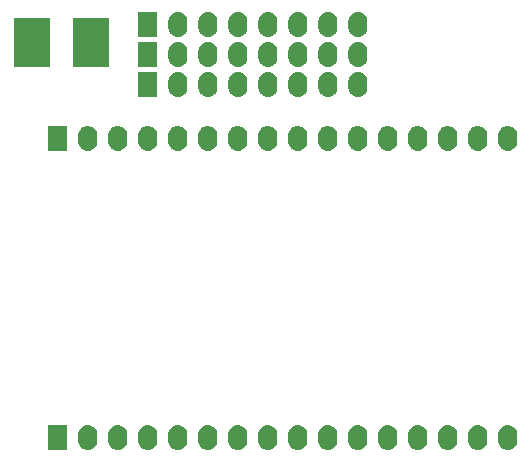
<source format=gbr>
%TF.GenerationSoftware,KiCad,Pcbnew,5.0.2+dfsg1-1*%
%TF.CreationDate,2020-04-21T12:17:55+02:00*%
%TF.ProjectId,minikame,6d696e69-6b61-46d6-952e-6b696361645f,v1.0*%
%TF.SameCoordinates,Original*%
%TF.FileFunction,Soldermask,Top*%
%TF.FilePolarity,Negative*%
%FSLAX46Y46*%
G04 Gerber Fmt 4.6, Leading zero omitted, Abs format (unit mm)*
G04 Created by KiCad (PCBNEW 5.0.2+dfsg1-1) date di 21 apr 2020 12:17:55 CEST*
%MOMM*%
%LPD*%
G01*
G04 APERTURE LIST*
%ADD10C,0.150000*%
G04 APERTURE END LIST*
D10*
G36*
X129431024Y-120826590D02*
X129582011Y-120872392D01*
X129721161Y-120946768D01*
X129782148Y-120996819D01*
X129843133Y-121046867D01*
X129843134Y-121046869D01*
X129843136Y-121046870D01*
X129943230Y-121168835D01*
X130017608Y-121307988D01*
X130063410Y-121458975D01*
X130075000Y-121576654D01*
X130075000Y-122155346D01*
X130063410Y-122273025D01*
X130017608Y-122424012D01*
X129943230Y-122563165D01*
X129843133Y-122685133D01*
X129721165Y-122785230D01*
X129582012Y-122859608D01*
X129431025Y-122905410D01*
X129274000Y-122920875D01*
X129116976Y-122905410D01*
X128965989Y-122859608D01*
X128826836Y-122785230D01*
X128704868Y-122685133D01*
X128604771Y-122563165D01*
X128530392Y-122424012D01*
X128507491Y-122348518D01*
X128484590Y-122273025D01*
X128473000Y-122155346D01*
X128473000Y-121576655D01*
X128484590Y-121458976D01*
X128530392Y-121307989D01*
X128604768Y-121168839D01*
X128704865Y-121046870D01*
X128704867Y-121046867D01*
X128704869Y-121046866D01*
X128704870Y-121046864D01*
X128826835Y-120946770D01*
X128965988Y-120872392D01*
X129116975Y-120826590D01*
X129274000Y-120811125D01*
X129431024Y-120826590D01*
X129431024Y-120826590D01*
G37*
G36*
X126891024Y-120826590D02*
X127042011Y-120872392D01*
X127181161Y-120946768D01*
X127242148Y-120996819D01*
X127303133Y-121046867D01*
X127303134Y-121046869D01*
X127303136Y-121046870D01*
X127403230Y-121168835D01*
X127477608Y-121307988D01*
X127523410Y-121458975D01*
X127535000Y-121576654D01*
X127535000Y-122155346D01*
X127523410Y-122273025D01*
X127477608Y-122424012D01*
X127403230Y-122563165D01*
X127303133Y-122685133D01*
X127181165Y-122785230D01*
X127042012Y-122859608D01*
X126891025Y-122905410D01*
X126734000Y-122920875D01*
X126576976Y-122905410D01*
X126425989Y-122859608D01*
X126286836Y-122785230D01*
X126164868Y-122685133D01*
X126064771Y-122563165D01*
X125990392Y-122424012D01*
X125967491Y-122348518D01*
X125944590Y-122273025D01*
X125933000Y-122155346D01*
X125933000Y-121576655D01*
X125944590Y-121458976D01*
X125990392Y-121307989D01*
X126064768Y-121168839D01*
X126164865Y-121046870D01*
X126164867Y-121046867D01*
X126164869Y-121046866D01*
X126164870Y-121046864D01*
X126286835Y-120946770D01*
X126425988Y-120872392D01*
X126576975Y-120826590D01*
X126734000Y-120811125D01*
X126891024Y-120826590D01*
X126891024Y-120826590D01*
G37*
G36*
X162451024Y-120826590D02*
X162602011Y-120872392D01*
X162741161Y-120946768D01*
X162802148Y-120996819D01*
X162863133Y-121046867D01*
X162863134Y-121046869D01*
X162863136Y-121046870D01*
X162963230Y-121168835D01*
X163037608Y-121307988D01*
X163083410Y-121458975D01*
X163095000Y-121576654D01*
X163095000Y-122155346D01*
X163083410Y-122273025D01*
X163037608Y-122424012D01*
X162963230Y-122563165D01*
X162863133Y-122685133D01*
X162741165Y-122785230D01*
X162602012Y-122859608D01*
X162451025Y-122905410D01*
X162294000Y-122920875D01*
X162136976Y-122905410D01*
X161985989Y-122859608D01*
X161846836Y-122785230D01*
X161724868Y-122685133D01*
X161624771Y-122563165D01*
X161550392Y-122424012D01*
X161527491Y-122348518D01*
X161504590Y-122273025D01*
X161493000Y-122155346D01*
X161493000Y-121576655D01*
X161504590Y-121458976D01*
X161550392Y-121307989D01*
X161624768Y-121168839D01*
X161724865Y-121046870D01*
X161724867Y-121046867D01*
X161724869Y-121046866D01*
X161724870Y-121046864D01*
X161846835Y-120946770D01*
X161985988Y-120872392D01*
X162136975Y-120826590D01*
X162294000Y-120811125D01*
X162451024Y-120826590D01*
X162451024Y-120826590D01*
G37*
G36*
X159911024Y-120826590D02*
X160062011Y-120872392D01*
X160201161Y-120946768D01*
X160262148Y-120996819D01*
X160323133Y-121046867D01*
X160323134Y-121046869D01*
X160323136Y-121046870D01*
X160423230Y-121168835D01*
X160497608Y-121307988D01*
X160543410Y-121458975D01*
X160555000Y-121576654D01*
X160555000Y-122155346D01*
X160543410Y-122273025D01*
X160497608Y-122424012D01*
X160423230Y-122563165D01*
X160323133Y-122685133D01*
X160201165Y-122785230D01*
X160062012Y-122859608D01*
X159911025Y-122905410D01*
X159754000Y-122920875D01*
X159596976Y-122905410D01*
X159445989Y-122859608D01*
X159306836Y-122785230D01*
X159184868Y-122685133D01*
X159084771Y-122563165D01*
X159010392Y-122424012D01*
X158987491Y-122348518D01*
X158964590Y-122273025D01*
X158953000Y-122155346D01*
X158953000Y-121576655D01*
X158964590Y-121458976D01*
X159010392Y-121307989D01*
X159084768Y-121168839D01*
X159184865Y-121046870D01*
X159184867Y-121046867D01*
X159184869Y-121046866D01*
X159184870Y-121046864D01*
X159306835Y-120946770D01*
X159445988Y-120872392D01*
X159596975Y-120826590D01*
X159754000Y-120811125D01*
X159911024Y-120826590D01*
X159911024Y-120826590D01*
G37*
G36*
X157371024Y-120826590D02*
X157522011Y-120872392D01*
X157661161Y-120946768D01*
X157722148Y-120996819D01*
X157783133Y-121046867D01*
X157783134Y-121046869D01*
X157783136Y-121046870D01*
X157883230Y-121168835D01*
X157957608Y-121307988D01*
X158003410Y-121458975D01*
X158015000Y-121576654D01*
X158015000Y-122155346D01*
X158003410Y-122273025D01*
X157957608Y-122424012D01*
X157883230Y-122563165D01*
X157783133Y-122685133D01*
X157661165Y-122785230D01*
X157522012Y-122859608D01*
X157371025Y-122905410D01*
X157214000Y-122920875D01*
X157056976Y-122905410D01*
X156905989Y-122859608D01*
X156766836Y-122785230D01*
X156644868Y-122685133D01*
X156544771Y-122563165D01*
X156470392Y-122424012D01*
X156447491Y-122348518D01*
X156424590Y-122273025D01*
X156413000Y-122155346D01*
X156413000Y-121576655D01*
X156424590Y-121458976D01*
X156470392Y-121307989D01*
X156544768Y-121168839D01*
X156644865Y-121046870D01*
X156644867Y-121046867D01*
X156644869Y-121046866D01*
X156644870Y-121046864D01*
X156766835Y-120946770D01*
X156905988Y-120872392D01*
X157056975Y-120826590D01*
X157214000Y-120811125D01*
X157371024Y-120826590D01*
X157371024Y-120826590D01*
G37*
G36*
X154831024Y-120826590D02*
X154982011Y-120872392D01*
X155121161Y-120946768D01*
X155182148Y-120996819D01*
X155243133Y-121046867D01*
X155243134Y-121046869D01*
X155243136Y-121046870D01*
X155343230Y-121168835D01*
X155417608Y-121307988D01*
X155463410Y-121458975D01*
X155475000Y-121576654D01*
X155475000Y-122155346D01*
X155463410Y-122273025D01*
X155417608Y-122424012D01*
X155343230Y-122563165D01*
X155243133Y-122685133D01*
X155121165Y-122785230D01*
X154982012Y-122859608D01*
X154831025Y-122905410D01*
X154674000Y-122920875D01*
X154516976Y-122905410D01*
X154365989Y-122859608D01*
X154226836Y-122785230D01*
X154104868Y-122685133D01*
X154004771Y-122563165D01*
X153930392Y-122424012D01*
X153907491Y-122348518D01*
X153884590Y-122273025D01*
X153873000Y-122155346D01*
X153873000Y-121576655D01*
X153884590Y-121458976D01*
X153930392Y-121307989D01*
X154004768Y-121168839D01*
X154104865Y-121046870D01*
X154104867Y-121046867D01*
X154104869Y-121046866D01*
X154104870Y-121046864D01*
X154226835Y-120946770D01*
X154365988Y-120872392D01*
X154516975Y-120826590D01*
X154674000Y-120811125D01*
X154831024Y-120826590D01*
X154831024Y-120826590D01*
G37*
G36*
X152291024Y-120826590D02*
X152442011Y-120872392D01*
X152581161Y-120946768D01*
X152642148Y-120996819D01*
X152703133Y-121046867D01*
X152703134Y-121046869D01*
X152703136Y-121046870D01*
X152803230Y-121168835D01*
X152877608Y-121307988D01*
X152923410Y-121458975D01*
X152935000Y-121576654D01*
X152935000Y-122155346D01*
X152923410Y-122273025D01*
X152877608Y-122424012D01*
X152803230Y-122563165D01*
X152703133Y-122685133D01*
X152581165Y-122785230D01*
X152442012Y-122859608D01*
X152291025Y-122905410D01*
X152134000Y-122920875D01*
X151976976Y-122905410D01*
X151825989Y-122859608D01*
X151686836Y-122785230D01*
X151564868Y-122685133D01*
X151464771Y-122563165D01*
X151390392Y-122424012D01*
X151367491Y-122348518D01*
X151344590Y-122273025D01*
X151333000Y-122155346D01*
X151333000Y-121576655D01*
X151344590Y-121458976D01*
X151390392Y-121307989D01*
X151464768Y-121168839D01*
X151564865Y-121046870D01*
X151564867Y-121046867D01*
X151564869Y-121046866D01*
X151564870Y-121046864D01*
X151686835Y-120946770D01*
X151825988Y-120872392D01*
X151976975Y-120826590D01*
X152134000Y-120811125D01*
X152291024Y-120826590D01*
X152291024Y-120826590D01*
G37*
G36*
X149751024Y-120826590D02*
X149902011Y-120872392D01*
X150041161Y-120946768D01*
X150102148Y-120996819D01*
X150163133Y-121046867D01*
X150163134Y-121046869D01*
X150163136Y-121046870D01*
X150263230Y-121168835D01*
X150337608Y-121307988D01*
X150383410Y-121458975D01*
X150395000Y-121576654D01*
X150395000Y-122155346D01*
X150383410Y-122273025D01*
X150337608Y-122424012D01*
X150263230Y-122563165D01*
X150163133Y-122685133D01*
X150041165Y-122785230D01*
X149902012Y-122859608D01*
X149751025Y-122905410D01*
X149594000Y-122920875D01*
X149436976Y-122905410D01*
X149285989Y-122859608D01*
X149146836Y-122785230D01*
X149024868Y-122685133D01*
X148924771Y-122563165D01*
X148850392Y-122424012D01*
X148827491Y-122348518D01*
X148804590Y-122273025D01*
X148793000Y-122155346D01*
X148793000Y-121576655D01*
X148804590Y-121458976D01*
X148850392Y-121307989D01*
X148924768Y-121168839D01*
X149024865Y-121046870D01*
X149024867Y-121046867D01*
X149024869Y-121046866D01*
X149024870Y-121046864D01*
X149146835Y-120946770D01*
X149285988Y-120872392D01*
X149436975Y-120826590D01*
X149594000Y-120811125D01*
X149751024Y-120826590D01*
X149751024Y-120826590D01*
G37*
G36*
X147211024Y-120826590D02*
X147362011Y-120872392D01*
X147501161Y-120946768D01*
X147562148Y-120996819D01*
X147623133Y-121046867D01*
X147623134Y-121046869D01*
X147623136Y-121046870D01*
X147723230Y-121168835D01*
X147797608Y-121307988D01*
X147843410Y-121458975D01*
X147855000Y-121576654D01*
X147855000Y-122155346D01*
X147843410Y-122273025D01*
X147797608Y-122424012D01*
X147723230Y-122563165D01*
X147623133Y-122685133D01*
X147501165Y-122785230D01*
X147362012Y-122859608D01*
X147211025Y-122905410D01*
X147054000Y-122920875D01*
X146896976Y-122905410D01*
X146745989Y-122859608D01*
X146606836Y-122785230D01*
X146484868Y-122685133D01*
X146384771Y-122563165D01*
X146310392Y-122424012D01*
X146287491Y-122348518D01*
X146264590Y-122273025D01*
X146253000Y-122155346D01*
X146253000Y-121576655D01*
X146264590Y-121458976D01*
X146310392Y-121307989D01*
X146384768Y-121168839D01*
X146484865Y-121046870D01*
X146484867Y-121046867D01*
X146484869Y-121046866D01*
X146484870Y-121046864D01*
X146606835Y-120946770D01*
X146745988Y-120872392D01*
X146896975Y-120826590D01*
X147054000Y-120811125D01*
X147211024Y-120826590D01*
X147211024Y-120826590D01*
G37*
G36*
X144671024Y-120826590D02*
X144822011Y-120872392D01*
X144961161Y-120946768D01*
X145022148Y-120996819D01*
X145083133Y-121046867D01*
X145083134Y-121046869D01*
X145083136Y-121046870D01*
X145183230Y-121168835D01*
X145257608Y-121307988D01*
X145303410Y-121458975D01*
X145315000Y-121576654D01*
X145315000Y-122155346D01*
X145303410Y-122273025D01*
X145257608Y-122424012D01*
X145183230Y-122563165D01*
X145083133Y-122685133D01*
X144961165Y-122785230D01*
X144822012Y-122859608D01*
X144671025Y-122905410D01*
X144514000Y-122920875D01*
X144356976Y-122905410D01*
X144205989Y-122859608D01*
X144066836Y-122785230D01*
X143944868Y-122685133D01*
X143844771Y-122563165D01*
X143770392Y-122424012D01*
X143747491Y-122348518D01*
X143724590Y-122273025D01*
X143713000Y-122155346D01*
X143713000Y-121576655D01*
X143724590Y-121458976D01*
X143770392Y-121307989D01*
X143844768Y-121168839D01*
X143944865Y-121046870D01*
X143944867Y-121046867D01*
X143944869Y-121046866D01*
X143944870Y-121046864D01*
X144066835Y-120946770D01*
X144205988Y-120872392D01*
X144356975Y-120826590D01*
X144514000Y-120811125D01*
X144671024Y-120826590D01*
X144671024Y-120826590D01*
G37*
G36*
X142131024Y-120826590D02*
X142282011Y-120872392D01*
X142421161Y-120946768D01*
X142482148Y-120996819D01*
X142543133Y-121046867D01*
X142543134Y-121046869D01*
X142543136Y-121046870D01*
X142643230Y-121168835D01*
X142717608Y-121307988D01*
X142763410Y-121458975D01*
X142775000Y-121576654D01*
X142775000Y-122155346D01*
X142763410Y-122273025D01*
X142717608Y-122424012D01*
X142643230Y-122563165D01*
X142543133Y-122685133D01*
X142421165Y-122785230D01*
X142282012Y-122859608D01*
X142131025Y-122905410D01*
X141974000Y-122920875D01*
X141816976Y-122905410D01*
X141665989Y-122859608D01*
X141526836Y-122785230D01*
X141404868Y-122685133D01*
X141304771Y-122563165D01*
X141230392Y-122424012D01*
X141207491Y-122348518D01*
X141184590Y-122273025D01*
X141173000Y-122155346D01*
X141173000Y-121576655D01*
X141184590Y-121458976D01*
X141230392Y-121307989D01*
X141304768Y-121168839D01*
X141404865Y-121046870D01*
X141404867Y-121046867D01*
X141404869Y-121046866D01*
X141404870Y-121046864D01*
X141526835Y-120946770D01*
X141665988Y-120872392D01*
X141816975Y-120826590D01*
X141974000Y-120811125D01*
X142131024Y-120826590D01*
X142131024Y-120826590D01*
G37*
G36*
X139591024Y-120826590D02*
X139742011Y-120872392D01*
X139881161Y-120946768D01*
X139942148Y-120996819D01*
X140003133Y-121046867D01*
X140003134Y-121046869D01*
X140003136Y-121046870D01*
X140103230Y-121168835D01*
X140177608Y-121307988D01*
X140223410Y-121458975D01*
X140235000Y-121576654D01*
X140235000Y-122155346D01*
X140223410Y-122273025D01*
X140177608Y-122424012D01*
X140103230Y-122563165D01*
X140003133Y-122685133D01*
X139881165Y-122785230D01*
X139742012Y-122859608D01*
X139591025Y-122905410D01*
X139434000Y-122920875D01*
X139276976Y-122905410D01*
X139125989Y-122859608D01*
X138986836Y-122785230D01*
X138864868Y-122685133D01*
X138764771Y-122563165D01*
X138690392Y-122424012D01*
X138667491Y-122348518D01*
X138644590Y-122273025D01*
X138633000Y-122155346D01*
X138633000Y-121576655D01*
X138644590Y-121458976D01*
X138690392Y-121307989D01*
X138764768Y-121168839D01*
X138864865Y-121046870D01*
X138864867Y-121046867D01*
X138864869Y-121046866D01*
X138864870Y-121046864D01*
X138986835Y-120946770D01*
X139125988Y-120872392D01*
X139276975Y-120826590D01*
X139434000Y-120811125D01*
X139591024Y-120826590D01*
X139591024Y-120826590D01*
G37*
G36*
X137051024Y-120826590D02*
X137202011Y-120872392D01*
X137341161Y-120946768D01*
X137402148Y-120996819D01*
X137463133Y-121046867D01*
X137463134Y-121046869D01*
X137463136Y-121046870D01*
X137563230Y-121168835D01*
X137637608Y-121307988D01*
X137683410Y-121458975D01*
X137695000Y-121576654D01*
X137695000Y-122155346D01*
X137683410Y-122273025D01*
X137637608Y-122424012D01*
X137563230Y-122563165D01*
X137463133Y-122685133D01*
X137341165Y-122785230D01*
X137202012Y-122859608D01*
X137051025Y-122905410D01*
X136894000Y-122920875D01*
X136736976Y-122905410D01*
X136585989Y-122859608D01*
X136446836Y-122785230D01*
X136324868Y-122685133D01*
X136224771Y-122563165D01*
X136150392Y-122424012D01*
X136127491Y-122348518D01*
X136104590Y-122273025D01*
X136093000Y-122155346D01*
X136093000Y-121576655D01*
X136104590Y-121458976D01*
X136150392Y-121307989D01*
X136224768Y-121168839D01*
X136324865Y-121046870D01*
X136324867Y-121046867D01*
X136324869Y-121046866D01*
X136324870Y-121046864D01*
X136446835Y-120946770D01*
X136585988Y-120872392D01*
X136736975Y-120826590D01*
X136894000Y-120811125D01*
X137051024Y-120826590D01*
X137051024Y-120826590D01*
G37*
G36*
X134511024Y-120826590D02*
X134662011Y-120872392D01*
X134801161Y-120946768D01*
X134862148Y-120996819D01*
X134923133Y-121046867D01*
X134923134Y-121046869D01*
X134923136Y-121046870D01*
X135023230Y-121168835D01*
X135097608Y-121307988D01*
X135143410Y-121458975D01*
X135155000Y-121576654D01*
X135155000Y-122155346D01*
X135143410Y-122273025D01*
X135097608Y-122424012D01*
X135023230Y-122563165D01*
X134923133Y-122685133D01*
X134801165Y-122785230D01*
X134662012Y-122859608D01*
X134511025Y-122905410D01*
X134354000Y-122920875D01*
X134196976Y-122905410D01*
X134045989Y-122859608D01*
X133906836Y-122785230D01*
X133784868Y-122685133D01*
X133684771Y-122563165D01*
X133610392Y-122424012D01*
X133587491Y-122348518D01*
X133564590Y-122273025D01*
X133553000Y-122155346D01*
X133553000Y-121576655D01*
X133564590Y-121458976D01*
X133610392Y-121307989D01*
X133684768Y-121168839D01*
X133784865Y-121046870D01*
X133784867Y-121046867D01*
X133784869Y-121046866D01*
X133784870Y-121046864D01*
X133906835Y-120946770D01*
X134045988Y-120872392D01*
X134196975Y-120826590D01*
X134354000Y-120811125D01*
X134511024Y-120826590D01*
X134511024Y-120826590D01*
G37*
G36*
X131971024Y-120826590D02*
X132122011Y-120872392D01*
X132261161Y-120946768D01*
X132322148Y-120996819D01*
X132383133Y-121046867D01*
X132383134Y-121046869D01*
X132383136Y-121046870D01*
X132483230Y-121168835D01*
X132557608Y-121307988D01*
X132603410Y-121458975D01*
X132615000Y-121576654D01*
X132615000Y-122155346D01*
X132603410Y-122273025D01*
X132557608Y-122424012D01*
X132483230Y-122563165D01*
X132383133Y-122685133D01*
X132261165Y-122785230D01*
X132122012Y-122859608D01*
X131971025Y-122905410D01*
X131814000Y-122920875D01*
X131656976Y-122905410D01*
X131505989Y-122859608D01*
X131366836Y-122785230D01*
X131244868Y-122685133D01*
X131144771Y-122563165D01*
X131070392Y-122424012D01*
X131047491Y-122348518D01*
X131024590Y-122273025D01*
X131013000Y-122155346D01*
X131013000Y-121576655D01*
X131024590Y-121458976D01*
X131070392Y-121307989D01*
X131144768Y-121168839D01*
X131244865Y-121046870D01*
X131244867Y-121046867D01*
X131244869Y-121046866D01*
X131244870Y-121046864D01*
X131366835Y-120946770D01*
X131505988Y-120872392D01*
X131656975Y-120826590D01*
X131814000Y-120811125D01*
X131971024Y-120826590D01*
X131971024Y-120826590D01*
G37*
G36*
X124995000Y-122917000D02*
X123393000Y-122917000D01*
X123393000Y-120815000D01*
X124995000Y-120815000D01*
X124995000Y-122917000D01*
X124995000Y-122917000D01*
G37*
G36*
X129431024Y-95476590D02*
X129582011Y-95522392D01*
X129721161Y-95596768D01*
X129782148Y-95646819D01*
X129843133Y-95696867D01*
X129843134Y-95696869D01*
X129843136Y-95696870D01*
X129943230Y-95818835D01*
X130017608Y-95957988D01*
X130063410Y-96108975D01*
X130075000Y-96226654D01*
X130075000Y-96805346D01*
X130063410Y-96923025D01*
X130017608Y-97074012D01*
X129943230Y-97213165D01*
X129843133Y-97335133D01*
X129721165Y-97435230D01*
X129582012Y-97509608D01*
X129431025Y-97555410D01*
X129274000Y-97570875D01*
X129116976Y-97555410D01*
X128965989Y-97509608D01*
X128826836Y-97435230D01*
X128704868Y-97335133D01*
X128604771Y-97213165D01*
X128530392Y-97074012D01*
X128507491Y-96998518D01*
X128484590Y-96923025D01*
X128473000Y-96805346D01*
X128473000Y-96226655D01*
X128484590Y-96108976D01*
X128530392Y-95957989D01*
X128604768Y-95818839D01*
X128704865Y-95696870D01*
X128704867Y-95696867D01*
X128704869Y-95696866D01*
X128704870Y-95696864D01*
X128826835Y-95596770D01*
X128965988Y-95522392D01*
X129116975Y-95476590D01*
X129274000Y-95461125D01*
X129431024Y-95476590D01*
X129431024Y-95476590D01*
G37*
G36*
X131971024Y-95476590D02*
X132122011Y-95522392D01*
X132261161Y-95596768D01*
X132322148Y-95646819D01*
X132383133Y-95696867D01*
X132383134Y-95696869D01*
X132383136Y-95696870D01*
X132483230Y-95818835D01*
X132557608Y-95957988D01*
X132603410Y-96108975D01*
X132615000Y-96226654D01*
X132615000Y-96805346D01*
X132603410Y-96923025D01*
X132557608Y-97074012D01*
X132483230Y-97213165D01*
X132383133Y-97335133D01*
X132261165Y-97435230D01*
X132122012Y-97509608D01*
X131971025Y-97555410D01*
X131814000Y-97570875D01*
X131656976Y-97555410D01*
X131505989Y-97509608D01*
X131366836Y-97435230D01*
X131244868Y-97335133D01*
X131144771Y-97213165D01*
X131070392Y-97074012D01*
X131047491Y-96998518D01*
X131024590Y-96923025D01*
X131013000Y-96805346D01*
X131013000Y-96226655D01*
X131024590Y-96108976D01*
X131070392Y-95957989D01*
X131144768Y-95818839D01*
X131244865Y-95696870D01*
X131244867Y-95696867D01*
X131244869Y-95696866D01*
X131244870Y-95696864D01*
X131366835Y-95596770D01*
X131505988Y-95522392D01*
X131656975Y-95476590D01*
X131814000Y-95461125D01*
X131971024Y-95476590D01*
X131971024Y-95476590D01*
G37*
G36*
X134511024Y-95476590D02*
X134662011Y-95522392D01*
X134801161Y-95596768D01*
X134862148Y-95646819D01*
X134923133Y-95696867D01*
X134923134Y-95696869D01*
X134923136Y-95696870D01*
X135023230Y-95818835D01*
X135097608Y-95957988D01*
X135143410Y-96108975D01*
X135155000Y-96226654D01*
X135155000Y-96805346D01*
X135143410Y-96923025D01*
X135097608Y-97074012D01*
X135023230Y-97213165D01*
X134923133Y-97335133D01*
X134801165Y-97435230D01*
X134662012Y-97509608D01*
X134511025Y-97555410D01*
X134354000Y-97570875D01*
X134196976Y-97555410D01*
X134045989Y-97509608D01*
X133906836Y-97435230D01*
X133784868Y-97335133D01*
X133684771Y-97213165D01*
X133610392Y-97074012D01*
X133587491Y-96998518D01*
X133564590Y-96923025D01*
X133553000Y-96805346D01*
X133553000Y-96226655D01*
X133564590Y-96108976D01*
X133610392Y-95957989D01*
X133684768Y-95818839D01*
X133784865Y-95696870D01*
X133784867Y-95696867D01*
X133784869Y-95696866D01*
X133784870Y-95696864D01*
X133906835Y-95596770D01*
X134045988Y-95522392D01*
X134196975Y-95476590D01*
X134354000Y-95461125D01*
X134511024Y-95476590D01*
X134511024Y-95476590D01*
G37*
G36*
X137051024Y-95476590D02*
X137202011Y-95522392D01*
X137341161Y-95596768D01*
X137402148Y-95646819D01*
X137463133Y-95696867D01*
X137463134Y-95696869D01*
X137463136Y-95696870D01*
X137563230Y-95818835D01*
X137637608Y-95957988D01*
X137683410Y-96108975D01*
X137695000Y-96226654D01*
X137695000Y-96805346D01*
X137683410Y-96923025D01*
X137637608Y-97074012D01*
X137563230Y-97213165D01*
X137463133Y-97335133D01*
X137341165Y-97435230D01*
X137202012Y-97509608D01*
X137051025Y-97555410D01*
X136894000Y-97570875D01*
X136736976Y-97555410D01*
X136585989Y-97509608D01*
X136446836Y-97435230D01*
X136324868Y-97335133D01*
X136224771Y-97213165D01*
X136150392Y-97074012D01*
X136127491Y-96998518D01*
X136104590Y-96923025D01*
X136093000Y-96805346D01*
X136093000Y-96226655D01*
X136104590Y-96108976D01*
X136150392Y-95957989D01*
X136224768Y-95818839D01*
X136324865Y-95696870D01*
X136324867Y-95696867D01*
X136324869Y-95696866D01*
X136324870Y-95696864D01*
X136446835Y-95596770D01*
X136585988Y-95522392D01*
X136736975Y-95476590D01*
X136894000Y-95461125D01*
X137051024Y-95476590D01*
X137051024Y-95476590D01*
G37*
G36*
X139591024Y-95476590D02*
X139742011Y-95522392D01*
X139881161Y-95596768D01*
X139942148Y-95646819D01*
X140003133Y-95696867D01*
X140003134Y-95696869D01*
X140003136Y-95696870D01*
X140103230Y-95818835D01*
X140177608Y-95957988D01*
X140223410Y-96108975D01*
X140235000Y-96226654D01*
X140235000Y-96805346D01*
X140223410Y-96923025D01*
X140177608Y-97074012D01*
X140103230Y-97213165D01*
X140003133Y-97335133D01*
X139881165Y-97435230D01*
X139742012Y-97509608D01*
X139591025Y-97555410D01*
X139434000Y-97570875D01*
X139276976Y-97555410D01*
X139125989Y-97509608D01*
X138986836Y-97435230D01*
X138864868Y-97335133D01*
X138764771Y-97213165D01*
X138690392Y-97074012D01*
X138667491Y-96998518D01*
X138644590Y-96923025D01*
X138633000Y-96805346D01*
X138633000Y-96226655D01*
X138644590Y-96108976D01*
X138690392Y-95957989D01*
X138764768Y-95818839D01*
X138864865Y-95696870D01*
X138864867Y-95696867D01*
X138864869Y-95696866D01*
X138864870Y-95696864D01*
X138986835Y-95596770D01*
X139125988Y-95522392D01*
X139276975Y-95476590D01*
X139434000Y-95461125D01*
X139591024Y-95476590D01*
X139591024Y-95476590D01*
G37*
G36*
X126891024Y-95476590D02*
X127042011Y-95522392D01*
X127181161Y-95596768D01*
X127242148Y-95646819D01*
X127303133Y-95696867D01*
X127303134Y-95696869D01*
X127303136Y-95696870D01*
X127403230Y-95818835D01*
X127477608Y-95957988D01*
X127523410Y-96108975D01*
X127535000Y-96226654D01*
X127535000Y-96805346D01*
X127523410Y-96923025D01*
X127477608Y-97074012D01*
X127403230Y-97213165D01*
X127303133Y-97335133D01*
X127181165Y-97435230D01*
X127042012Y-97509608D01*
X126891025Y-97555410D01*
X126734000Y-97570875D01*
X126576976Y-97555410D01*
X126425989Y-97509608D01*
X126286836Y-97435230D01*
X126164868Y-97335133D01*
X126064771Y-97213165D01*
X125990392Y-97074012D01*
X125967491Y-96998518D01*
X125944590Y-96923025D01*
X125933000Y-96805346D01*
X125933000Y-96226655D01*
X125944590Y-96108976D01*
X125990392Y-95957989D01*
X126064768Y-95818839D01*
X126164865Y-95696870D01*
X126164867Y-95696867D01*
X126164869Y-95696866D01*
X126164870Y-95696864D01*
X126286835Y-95596770D01*
X126425988Y-95522392D01*
X126576975Y-95476590D01*
X126734000Y-95461125D01*
X126891024Y-95476590D01*
X126891024Y-95476590D01*
G37*
G36*
X144671024Y-95476590D02*
X144822011Y-95522392D01*
X144961161Y-95596768D01*
X145022148Y-95646819D01*
X145083133Y-95696867D01*
X145083134Y-95696869D01*
X145083136Y-95696870D01*
X145183230Y-95818835D01*
X145257608Y-95957988D01*
X145303410Y-96108975D01*
X145315000Y-96226654D01*
X145315000Y-96805346D01*
X145303410Y-96923025D01*
X145257608Y-97074012D01*
X145183230Y-97213165D01*
X145083133Y-97335133D01*
X144961165Y-97435230D01*
X144822012Y-97509608D01*
X144671025Y-97555410D01*
X144514000Y-97570875D01*
X144356976Y-97555410D01*
X144205989Y-97509608D01*
X144066836Y-97435230D01*
X143944868Y-97335133D01*
X143844771Y-97213165D01*
X143770392Y-97074012D01*
X143747491Y-96998518D01*
X143724590Y-96923025D01*
X143713000Y-96805346D01*
X143713000Y-96226655D01*
X143724590Y-96108976D01*
X143770392Y-95957989D01*
X143844768Y-95818839D01*
X143944865Y-95696870D01*
X143944867Y-95696867D01*
X143944869Y-95696866D01*
X143944870Y-95696864D01*
X144066835Y-95596770D01*
X144205988Y-95522392D01*
X144356975Y-95476590D01*
X144514000Y-95461125D01*
X144671024Y-95476590D01*
X144671024Y-95476590D01*
G37*
G36*
X149751024Y-95476590D02*
X149902011Y-95522392D01*
X150041161Y-95596768D01*
X150102148Y-95646819D01*
X150163133Y-95696867D01*
X150163134Y-95696869D01*
X150163136Y-95696870D01*
X150263230Y-95818835D01*
X150337608Y-95957988D01*
X150383410Y-96108975D01*
X150395000Y-96226654D01*
X150395000Y-96805346D01*
X150383410Y-96923025D01*
X150337608Y-97074012D01*
X150263230Y-97213165D01*
X150163133Y-97335133D01*
X150041165Y-97435230D01*
X149902012Y-97509608D01*
X149751025Y-97555410D01*
X149594000Y-97570875D01*
X149436976Y-97555410D01*
X149285989Y-97509608D01*
X149146836Y-97435230D01*
X149024868Y-97335133D01*
X148924771Y-97213165D01*
X148850392Y-97074012D01*
X148827491Y-96998518D01*
X148804590Y-96923025D01*
X148793000Y-96805346D01*
X148793000Y-96226655D01*
X148804590Y-96108976D01*
X148850392Y-95957989D01*
X148924768Y-95818839D01*
X149024865Y-95696870D01*
X149024867Y-95696867D01*
X149024869Y-95696866D01*
X149024870Y-95696864D01*
X149146835Y-95596770D01*
X149285988Y-95522392D01*
X149436975Y-95476590D01*
X149594000Y-95461125D01*
X149751024Y-95476590D01*
X149751024Y-95476590D01*
G37*
G36*
X152291024Y-95476590D02*
X152442011Y-95522392D01*
X152581161Y-95596768D01*
X152642148Y-95646819D01*
X152703133Y-95696867D01*
X152703134Y-95696869D01*
X152703136Y-95696870D01*
X152803230Y-95818835D01*
X152877608Y-95957988D01*
X152923410Y-96108975D01*
X152935000Y-96226654D01*
X152935000Y-96805346D01*
X152923410Y-96923025D01*
X152877608Y-97074012D01*
X152803230Y-97213165D01*
X152703133Y-97335133D01*
X152581165Y-97435230D01*
X152442012Y-97509608D01*
X152291025Y-97555410D01*
X152134000Y-97570875D01*
X151976976Y-97555410D01*
X151825989Y-97509608D01*
X151686836Y-97435230D01*
X151564868Y-97335133D01*
X151464771Y-97213165D01*
X151390392Y-97074012D01*
X151367491Y-96998518D01*
X151344590Y-96923025D01*
X151333000Y-96805346D01*
X151333000Y-96226655D01*
X151344590Y-96108976D01*
X151390392Y-95957989D01*
X151464768Y-95818839D01*
X151564865Y-95696870D01*
X151564867Y-95696867D01*
X151564869Y-95696866D01*
X151564870Y-95696864D01*
X151686835Y-95596770D01*
X151825988Y-95522392D01*
X151976975Y-95476590D01*
X152134000Y-95461125D01*
X152291024Y-95476590D01*
X152291024Y-95476590D01*
G37*
G36*
X154831024Y-95476590D02*
X154982011Y-95522392D01*
X155121161Y-95596768D01*
X155182148Y-95646819D01*
X155243133Y-95696867D01*
X155243134Y-95696869D01*
X155243136Y-95696870D01*
X155343230Y-95818835D01*
X155417608Y-95957988D01*
X155463410Y-96108975D01*
X155475000Y-96226654D01*
X155475000Y-96805346D01*
X155463410Y-96923025D01*
X155417608Y-97074012D01*
X155343230Y-97213165D01*
X155243133Y-97335133D01*
X155121165Y-97435230D01*
X154982012Y-97509608D01*
X154831025Y-97555410D01*
X154674000Y-97570875D01*
X154516976Y-97555410D01*
X154365989Y-97509608D01*
X154226836Y-97435230D01*
X154104868Y-97335133D01*
X154004771Y-97213165D01*
X153930392Y-97074012D01*
X153907491Y-96998518D01*
X153884590Y-96923025D01*
X153873000Y-96805346D01*
X153873000Y-96226655D01*
X153884590Y-96108976D01*
X153930392Y-95957989D01*
X154004768Y-95818839D01*
X154104865Y-95696870D01*
X154104867Y-95696867D01*
X154104869Y-95696866D01*
X154104870Y-95696864D01*
X154226835Y-95596770D01*
X154365988Y-95522392D01*
X154516975Y-95476590D01*
X154674000Y-95461125D01*
X154831024Y-95476590D01*
X154831024Y-95476590D01*
G37*
G36*
X157371024Y-95476590D02*
X157522011Y-95522392D01*
X157661161Y-95596768D01*
X157722148Y-95646819D01*
X157783133Y-95696867D01*
X157783134Y-95696869D01*
X157783136Y-95696870D01*
X157883230Y-95818835D01*
X157957608Y-95957988D01*
X158003410Y-96108975D01*
X158015000Y-96226654D01*
X158015000Y-96805346D01*
X158003410Y-96923025D01*
X157957608Y-97074012D01*
X157883230Y-97213165D01*
X157783133Y-97335133D01*
X157661165Y-97435230D01*
X157522012Y-97509608D01*
X157371025Y-97555410D01*
X157214000Y-97570875D01*
X157056976Y-97555410D01*
X156905989Y-97509608D01*
X156766836Y-97435230D01*
X156644868Y-97335133D01*
X156544771Y-97213165D01*
X156470392Y-97074012D01*
X156447491Y-96998518D01*
X156424590Y-96923025D01*
X156413000Y-96805346D01*
X156413000Y-96226655D01*
X156424590Y-96108976D01*
X156470392Y-95957989D01*
X156544768Y-95818839D01*
X156644865Y-95696870D01*
X156644867Y-95696867D01*
X156644869Y-95696866D01*
X156644870Y-95696864D01*
X156766835Y-95596770D01*
X156905988Y-95522392D01*
X157056975Y-95476590D01*
X157214000Y-95461125D01*
X157371024Y-95476590D01*
X157371024Y-95476590D01*
G37*
G36*
X159911024Y-95476590D02*
X160062011Y-95522392D01*
X160201161Y-95596768D01*
X160262148Y-95646819D01*
X160323133Y-95696867D01*
X160323134Y-95696869D01*
X160323136Y-95696870D01*
X160423230Y-95818835D01*
X160497608Y-95957988D01*
X160543410Y-96108975D01*
X160555000Y-96226654D01*
X160555000Y-96805346D01*
X160543410Y-96923025D01*
X160497608Y-97074012D01*
X160423230Y-97213165D01*
X160323133Y-97335133D01*
X160201165Y-97435230D01*
X160062012Y-97509608D01*
X159911025Y-97555410D01*
X159754000Y-97570875D01*
X159596976Y-97555410D01*
X159445989Y-97509608D01*
X159306836Y-97435230D01*
X159184868Y-97335133D01*
X159084771Y-97213165D01*
X159010392Y-97074012D01*
X158987491Y-96998518D01*
X158964590Y-96923025D01*
X158953000Y-96805346D01*
X158953000Y-96226655D01*
X158964590Y-96108976D01*
X159010392Y-95957989D01*
X159084768Y-95818839D01*
X159184865Y-95696870D01*
X159184867Y-95696867D01*
X159184869Y-95696866D01*
X159184870Y-95696864D01*
X159306835Y-95596770D01*
X159445988Y-95522392D01*
X159596975Y-95476590D01*
X159754000Y-95461125D01*
X159911024Y-95476590D01*
X159911024Y-95476590D01*
G37*
G36*
X162451024Y-95476590D02*
X162602011Y-95522392D01*
X162741161Y-95596768D01*
X162802148Y-95646819D01*
X162863133Y-95696867D01*
X162863134Y-95696869D01*
X162863136Y-95696870D01*
X162963230Y-95818835D01*
X163037608Y-95957988D01*
X163083410Y-96108975D01*
X163095000Y-96226654D01*
X163095000Y-96805346D01*
X163083410Y-96923025D01*
X163037608Y-97074012D01*
X162963230Y-97213165D01*
X162863133Y-97335133D01*
X162741165Y-97435230D01*
X162602012Y-97509608D01*
X162451025Y-97555410D01*
X162294000Y-97570875D01*
X162136976Y-97555410D01*
X161985989Y-97509608D01*
X161846836Y-97435230D01*
X161724868Y-97335133D01*
X161624771Y-97213165D01*
X161550392Y-97074012D01*
X161527491Y-96998518D01*
X161504590Y-96923025D01*
X161493000Y-96805346D01*
X161493000Y-96226655D01*
X161504590Y-96108976D01*
X161550392Y-95957989D01*
X161624768Y-95818839D01*
X161724865Y-95696870D01*
X161724867Y-95696867D01*
X161724869Y-95696866D01*
X161724870Y-95696864D01*
X161846835Y-95596770D01*
X161985988Y-95522392D01*
X162136975Y-95476590D01*
X162294000Y-95461125D01*
X162451024Y-95476590D01*
X162451024Y-95476590D01*
G37*
G36*
X142131024Y-95476590D02*
X142282011Y-95522392D01*
X142421161Y-95596768D01*
X142482148Y-95646819D01*
X142543133Y-95696867D01*
X142543134Y-95696869D01*
X142543136Y-95696870D01*
X142643230Y-95818835D01*
X142717608Y-95957988D01*
X142763410Y-96108975D01*
X142775000Y-96226654D01*
X142775000Y-96805346D01*
X142763410Y-96923025D01*
X142717608Y-97074012D01*
X142643230Y-97213165D01*
X142543133Y-97335133D01*
X142421165Y-97435230D01*
X142282012Y-97509608D01*
X142131025Y-97555410D01*
X141974000Y-97570875D01*
X141816976Y-97555410D01*
X141665989Y-97509608D01*
X141526836Y-97435230D01*
X141404868Y-97335133D01*
X141304771Y-97213165D01*
X141230392Y-97074012D01*
X141207491Y-96998518D01*
X141184590Y-96923025D01*
X141173000Y-96805346D01*
X141173000Y-96226655D01*
X141184590Y-96108976D01*
X141230392Y-95957989D01*
X141304768Y-95818839D01*
X141404865Y-95696870D01*
X141404867Y-95696867D01*
X141404869Y-95696866D01*
X141404870Y-95696864D01*
X141526835Y-95596770D01*
X141665988Y-95522392D01*
X141816975Y-95476590D01*
X141974000Y-95461125D01*
X142131024Y-95476590D01*
X142131024Y-95476590D01*
G37*
G36*
X147211024Y-95476590D02*
X147362011Y-95522392D01*
X147501161Y-95596768D01*
X147562148Y-95646819D01*
X147623133Y-95696867D01*
X147623134Y-95696869D01*
X147623136Y-95696870D01*
X147723230Y-95818835D01*
X147797608Y-95957988D01*
X147843410Y-96108975D01*
X147855000Y-96226654D01*
X147855000Y-96805346D01*
X147843410Y-96923025D01*
X147797608Y-97074012D01*
X147723230Y-97213165D01*
X147623133Y-97335133D01*
X147501165Y-97435230D01*
X147362012Y-97509608D01*
X147211025Y-97555410D01*
X147054000Y-97570875D01*
X146896976Y-97555410D01*
X146745989Y-97509608D01*
X146606836Y-97435230D01*
X146484868Y-97335133D01*
X146384771Y-97213165D01*
X146310392Y-97074012D01*
X146287491Y-96998518D01*
X146264590Y-96923025D01*
X146253000Y-96805346D01*
X146253000Y-96226655D01*
X146264590Y-96108976D01*
X146310392Y-95957989D01*
X146384768Y-95818839D01*
X146484865Y-95696870D01*
X146484867Y-95696867D01*
X146484869Y-95696866D01*
X146484870Y-95696864D01*
X146606835Y-95596770D01*
X146745988Y-95522392D01*
X146896975Y-95476590D01*
X147054000Y-95461125D01*
X147211024Y-95476590D01*
X147211024Y-95476590D01*
G37*
G36*
X124995000Y-97567000D02*
X123393000Y-97567000D01*
X123393000Y-95465000D01*
X124995000Y-95465000D01*
X124995000Y-97567000D01*
X124995000Y-97567000D01*
G37*
G36*
X147223024Y-90908590D02*
X147374011Y-90954392D01*
X147513161Y-91028768D01*
X147574148Y-91078819D01*
X147635133Y-91128867D01*
X147635134Y-91128869D01*
X147635136Y-91128870D01*
X147735230Y-91250835D01*
X147809608Y-91389988D01*
X147855410Y-91540975D01*
X147867000Y-91658654D01*
X147867000Y-92237346D01*
X147855410Y-92355025D01*
X147809608Y-92506012D01*
X147735230Y-92645165D01*
X147635133Y-92767133D01*
X147513165Y-92867230D01*
X147374012Y-92941608D01*
X147223025Y-92987410D01*
X147066000Y-93002875D01*
X146908976Y-92987410D01*
X146757989Y-92941608D01*
X146618836Y-92867230D01*
X146496868Y-92767133D01*
X146396771Y-92645165D01*
X146322392Y-92506012D01*
X146299491Y-92430518D01*
X146276590Y-92355025D01*
X146265000Y-92237346D01*
X146265000Y-91658655D01*
X146276590Y-91540976D01*
X146322392Y-91389989D01*
X146396768Y-91250839D01*
X146496865Y-91128870D01*
X146496867Y-91128867D01*
X146496869Y-91128866D01*
X146496870Y-91128864D01*
X146618835Y-91028770D01*
X146757988Y-90954392D01*
X146908975Y-90908590D01*
X147066000Y-90893125D01*
X147223024Y-90908590D01*
X147223024Y-90908590D01*
G37*
G36*
X134523024Y-90908590D02*
X134674011Y-90954392D01*
X134813161Y-91028768D01*
X134874148Y-91078819D01*
X134935133Y-91128867D01*
X134935134Y-91128869D01*
X134935136Y-91128870D01*
X135035230Y-91250835D01*
X135109608Y-91389988D01*
X135155410Y-91540975D01*
X135167000Y-91658654D01*
X135167000Y-92237346D01*
X135155410Y-92355025D01*
X135109608Y-92506012D01*
X135035230Y-92645165D01*
X134935133Y-92767133D01*
X134813165Y-92867230D01*
X134674012Y-92941608D01*
X134523025Y-92987410D01*
X134366000Y-93002875D01*
X134208976Y-92987410D01*
X134057989Y-92941608D01*
X133918836Y-92867230D01*
X133796868Y-92767133D01*
X133696771Y-92645165D01*
X133622392Y-92506012D01*
X133599491Y-92430518D01*
X133576590Y-92355025D01*
X133565000Y-92237346D01*
X133565000Y-91658655D01*
X133576590Y-91540976D01*
X133622392Y-91389989D01*
X133696768Y-91250839D01*
X133796865Y-91128870D01*
X133796867Y-91128867D01*
X133796869Y-91128866D01*
X133796870Y-91128864D01*
X133918835Y-91028770D01*
X134057988Y-90954392D01*
X134208975Y-90908590D01*
X134366000Y-90893125D01*
X134523024Y-90908590D01*
X134523024Y-90908590D01*
G37*
G36*
X137063024Y-90908590D02*
X137214011Y-90954392D01*
X137353161Y-91028768D01*
X137414148Y-91078819D01*
X137475133Y-91128867D01*
X137475134Y-91128869D01*
X137475136Y-91128870D01*
X137575230Y-91250835D01*
X137649608Y-91389988D01*
X137695410Y-91540975D01*
X137707000Y-91658654D01*
X137707000Y-92237346D01*
X137695410Y-92355025D01*
X137649608Y-92506012D01*
X137575230Y-92645165D01*
X137475133Y-92767133D01*
X137353165Y-92867230D01*
X137214012Y-92941608D01*
X137063025Y-92987410D01*
X136906000Y-93002875D01*
X136748976Y-92987410D01*
X136597989Y-92941608D01*
X136458836Y-92867230D01*
X136336868Y-92767133D01*
X136236771Y-92645165D01*
X136162392Y-92506012D01*
X136139491Y-92430518D01*
X136116590Y-92355025D01*
X136105000Y-92237346D01*
X136105000Y-91658655D01*
X136116590Y-91540976D01*
X136162392Y-91389989D01*
X136236768Y-91250839D01*
X136336865Y-91128870D01*
X136336867Y-91128867D01*
X136336869Y-91128866D01*
X136336870Y-91128864D01*
X136458835Y-91028770D01*
X136597988Y-90954392D01*
X136748975Y-90908590D01*
X136906000Y-90893125D01*
X137063024Y-90908590D01*
X137063024Y-90908590D01*
G37*
G36*
X139603024Y-90908590D02*
X139754011Y-90954392D01*
X139893161Y-91028768D01*
X139954148Y-91078819D01*
X140015133Y-91128867D01*
X140015134Y-91128869D01*
X140015136Y-91128870D01*
X140115230Y-91250835D01*
X140189608Y-91389988D01*
X140235410Y-91540975D01*
X140247000Y-91658654D01*
X140247000Y-92237346D01*
X140235410Y-92355025D01*
X140189608Y-92506012D01*
X140115230Y-92645165D01*
X140015133Y-92767133D01*
X139893165Y-92867230D01*
X139754012Y-92941608D01*
X139603025Y-92987410D01*
X139446000Y-93002875D01*
X139288976Y-92987410D01*
X139137989Y-92941608D01*
X138998836Y-92867230D01*
X138876868Y-92767133D01*
X138776771Y-92645165D01*
X138702392Y-92506012D01*
X138679491Y-92430518D01*
X138656590Y-92355025D01*
X138645000Y-92237346D01*
X138645000Y-91658655D01*
X138656590Y-91540976D01*
X138702392Y-91389989D01*
X138776768Y-91250839D01*
X138876865Y-91128870D01*
X138876867Y-91128867D01*
X138876869Y-91128866D01*
X138876870Y-91128864D01*
X138998835Y-91028770D01*
X139137988Y-90954392D01*
X139288975Y-90908590D01*
X139446000Y-90893125D01*
X139603024Y-90908590D01*
X139603024Y-90908590D01*
G37*
G36*
X142143024Y-90908590D02*
X142294011Y-90954392D01*
X142433161Y-91028768D01*
X142494148Y-91078819D01*
X142555133Y-91128867D01*
X142555134Y-91128869D01*
X142555136Y-91128870D01*
X142655230Y-91250835D01*
X142729608Y-91389988D01*
X142775410Y-91540975D01*
X142787000Y-91658654D01*
X142787000Y-92237346D01*
X142775410Y-92355025D01*
X142729608Y-92506012D01*
X142655230Y-92645165D01*
X142555133Y-92767133D01*
X142433165Y-92867230D01*
X142294012Y-92941608D01*
X142143025Y-92987410D01*
X141986000Y-93002875D01*
X141828976Y-92987410D01*
X141677989Y-92941608D01*
X141538836Y-92867230D01*
X141416868Y-92767133D01*
X141316771Y-92645165D01*
X141242392Y-92506012D01*
X141219491Y-92430518D01*
X141196590Y-92355025D01*
X141185000Y-92237346D01*
X141185000Y-91658655D01*
X141196590Y-91540976D01*
X141242392Y-91389989D01*
X141316768Y-91250839D01*
X141416865Y-91128870D01*
X141416867Y-91128867D01*
X141416869Y-91128866D01*
X141416870Y-91128864D01*
X141538835Y-91028770D01*
X141677988Y-90954392D01*
X141828975Y-90908590D01*
X141986000Y-90893125D01*
X142143024Y-90908590D01*
X142143024Y-90908590D01*
G37*
G36*
X144683024Y-90908590D02*
X144834011Y-90954392D01*
X144973161Y-91028768D01*
X145034148Y-91078819D01*
X145095133Y-91128867D01*
X145095134Y-91128869D01*
X145095136Y-91128870D01*
X145195230Y-91250835D01*
X145269608Y-91389988D01*
X145315410Y-91540975D01*
X145327000Y-91658654D01*
X145327000Y-92237346D01*
X145315410Y-92355025D01*
X145269608Y-92506012D01*
X145195230Y-92645165D01*
X145095133Y-92767133D01*
X144973165Y-92867230D01*
X144834012Y-92941608D01*
X144683025Y-92987410D01*
X144526000Y-93002875D01*
X144368976Y-92987410D01*
X144217989Y-92941608D01*
X144078836Y-92867230D01*
X143956868Y-92767133D01*
X143856771Y-92645165D01*
X143782392Y-92506012D01*
X143759491Y-92430518D01*
X143736590Y-92355025D01*
X143725000Y-92237346D01*
X143725000Y-91658655D01*
X143736590Y-91540976D01*
X143782392Y-91389989D01*
X143856768Y-91250839D01*
X143956865Y-91128870D01*
X143956867Y-91128867D01*
X143956869Y-91128866D01*
X143956870Y-91128864D01*
X144078835Y-91028770D01*
X144217988Y-90954392D01*
X144368975Y-90908590D01*
X144526000Y-90893125D01*
X144683024Y-90908590D01*
X144683024Y-90908590D01*
G37*
G36*
X149763024Y-90908590D02*
X149914011Y-90954392D01*
X150053161Y-91028768D01*
X150114148Y-91078819D01*
X150175133Y-91128867D01*
X150175134Y-91128869D01*
X150175136Y-91128870D01*
X150275230Y-91250835D01*
X150349608Y-91389988D01*
X150395410Y-91540975D01*
X150407000Y-91658654D01*
X150407000Y-92237346D01*
X150395410Y-92355025D01*
X150349608Y-92506012D01*
X150275230Y-92645165D01*
X150175133Y-92767133D01*
X150053165Y-92867230D01*
X149914012Y-92941608D01*
X149763025Y-92987410D01*
X149606000Y-93002875D01*
X149448976Y-92987410D01*
X149297989Y-92941608D01*
X149158836Y-92867230D01*
X149036868Y-92767133D01*
X148936771Y-92645165D01*
X148862392Y-92506012D01*
X148839491Y-92430518D01*
X148816590Y-92355025D01*
X148805000Y-92237346D01*
X148805000Y-91658655D01*
X148816590Y-91540976D01*
X148862392Y-91389989D01*
X148936768Y-91250839D01*
X149036865Y-91128870D01*
X149036867Y-91128867D01*
X149036869Y-91128866D01*
X149036870Y-91128864D01*
X149158835Y-91028770D01*
X149297988Y-90954392D01*
X149448975Y-90908590D01*
X149606000Y-90893125D01*
X149763024Y-90908590D01*
X149763024Y-90908590D01*
G37*
G36*
X132627000Y-92999000D02*
X131025000Y-92999000D01*
X131025000Y-90897000D01*
X132627000Y-90897000D01*
X132627000Y-92999000D01*
X132627000Y-92999000D01*
G37*
G36*
X134523024Y-88368590D02*
X134674011Y-88414392D01*
X134813161Y-88488768D01*
X134874148Y-88538819D01*
X134935133Y-88588867D01*
X134935134Y-88588869D01*
X134935136Y-88588870D01*
X135035230Y-88710835D01*
X135109608Y-88849988D01*
X135155410Y-89000975D01*
X135167000Y-89118654D01*
X135167000Y-89697346D01*
X135155410Y-89815025D01*
X135109608Y-89966012D01*
X135035230Y-90105165D01*
X134935133Y-90227133D01*
X134813165Y-90327230D01*
X134674012Y-90401608D01*
X134523025Y-90447410D01*
X134366000Y-90462875D01*
X134208976Y-90447410D01*
X134057989Y-90401608D01*
X133918836Y-90327230D01*
X133796868Y-90227133D01*
X133696771Y-90105165D01*
X133622392Y-89966012D01*
X133599491Y-89890518D01*
X133576590Y-89815025D01*
X133565000Y-89697346D01*
X133565000Y-89118655D01*
X133576590Y-89000976D01*
X133622392Y-88849989D01*
X133696768Y-88710839D01*
X133796865Y-88588870D01*
X133796867Y-88588867D01*
X133796869Y-88588866D01*
X133796870Y-88588864D01*
X133918835Y-88488770D01*
X134057988Y-88414392D01*
X134208975Y-88368590D01*
X134366000Y-88353125D01*
X134523024Y-88368590D01*
X134523024Y-88368590D01*
G37*
G36*
X142143024Y-88368590D02*
X142294011Y-88414392D01*
X142433161Y-88488768D01*
X142494148Y-88538819D01*
X142555133Y-88588867D01*
X142555134Y-88588869D01*
X142555136Y-88588870D01*
X142655230Y-88710835D01*
X142729608Y-88849988D01*
X142775410Y-89000975D01*
X142787000Y-89118654D01*
X142787000Y-89697346D01*
X142775410Y-89815025D01*
X142729608Y-89966012D01*
X142655230Y-90105165D01*
X142555133Y-90227133D01*
X142433165Y-90327230D01*
X142294012Y-90401608D01*
X142143025Y-90447410D01*
X141986000Y-90462875D01*
X141828976Y-90447410D01*
X141677989Y-90401608D01*
X141538836Y-90327230D01*
X141416868Y-90227133D01*
X141316771Y-90105165D01*
X141242392Y-89966012D01*
X141219491Y-89890518D01*
X141196590Y-89815025D01*
X141185000Y-89697346D01*
X141185000Y-89118655D01*
X141196590Y-89000976D01*
X141242392Y-88849989D01*
X141316768Y-88710839D01*
X141416865Y-88588870D01*
X141416867Y-88588867D01*
X141416869Y-88588866D01*
X141416870Y-88588864D01*
X141538835Y-88488770D01*
X141677988Y-88414392D01*
X141828975Y-88368590D01*
X141986000Y-88353125D01*
X142143024Y-88368590D01*
X142143024Y-88368590D01*
G37*
G36*
X144683024Y-88368590D02*
X144834011Y-88414392D01*
X144973161Y-88488768D01*
X145034148Y-88538819D01*
X145095133Y-88588867D01*
X145095134Y-88588869D01*
X145095136Y-88588870D01*
X145195230Y-88710835D01*
X145269608Y-88849988D01*
X145315410Y-89000975D01*
X145327000Y-89118654D01*
X145327000Y-89697346D01*
X145315410Y-89815025D01*
X145269608Y-89966012D01*
X145195230Y-90105165D01*
X145095133Y-90227133D01*
X144973165Y-90327230D01*
X144834012Y-90401608D01*
X144683025Y-90447410D01*
X144526000Y-90462875D01*
X144368976Y-90447410D01*
X144217989Y-90401608D01*
X144078836Y-90327230D01*
X143956868Y-90227133D01*
X143856771Y-90105165D01*
X143782392Y-89966012D01*
X143759491Y-89890518D01*
X143736590Y-89815025D01*
X143725000Y-89697346D01*
X143725000Y-89118655D01*
X143736590Y-89000976D01*
X143782392Y-88849989D01*
X143856768Y-88710839D01*
X143956865Y-88588870D01*
X143956867Y-88588867D01*
X143956869Y-88588866D01*
X143956870Y-88588864D01*
X144078835Y-88488770D01*
X144217988Y-88414392D01*
X144368975Y-88368590D01*
X144526000Y-88353125D01*
X144683024Y-88368590D01*
X144683024Y-88368590D01*
G37*
G36*
X147223024Y-88368590D02*
X147374011Y-88414392D01*
X147513161Y-88488768D01*
X147574148Y-88538819D01*
X147635133Y-88588867D01*
X147635134Y-88588869D01*
X147635136Y-88588870D01*
X147735230Y-88710835D01*
X147809608Y-88849988D01*
X147855410Y-89000975D01*
X147867000Y-89118654D01*
X147867000Y-89697346D01*
X147855410Y-89815025D01*
X147809608Y-89966012D01*
X147735230Y-90105165D01*
X147635133Y-90227133D01*
X147513165Y-90327230D01*
X147374012Y-90401608D01*
X147223025Y-90447410D01*
X147066000Y-90462875D01*
X146908976Y-90447410D01*
X146757989Y-90401608D01*
X146618836Y-90327230D01*
X146496868Y-90227133D01*
X146396771Y-90105165D01*
X146322392Y-89966012D01*
X146299491Y-89890518D01*
X146276590Y-89815025D01*
X146265000Y-89697346D01*
X146265000Y-89118655D01*
X146276590Y-89000976D01*
X146322392Y-88849989D01*
X146396768Y-88710839D01*
X146496865Y-88588870D01*
X146496867Y-88588867D01*
X146496869Y-88588866D01*
X146496870Y-88588864D01*
X146618835Y-88488770D01*
X146757988Y-88414392D01*
X146908975Y-88368590D01*
X147066000Y-88353125D01*
X147223024Y-88368590D01*
X147223024Y-88368590D01*
G37*
G36*
X149763024Y-88368590D02*
X149914011Y-88414392D01*
X150053161Y-88488768D01*
X150114148Y-88538819D01*
X150175133Y-88588867D01*
X150175134Y-88588869D01*
X150175136Y-88588870D01*
X150275230Y-88710835D01*
X150349608Y-88849988D01*
X150395410Y-89000975D01*
X150407000Y-89118654D01*
X150407000Y-89697346D01*
X150395410Y-89815025D01*
X150349608Y-89966012D01*
X150275230Y-90105165D01*
X150175133Y-90227133D01*
X150053165Y-90327230D01*
X149914012Y-90401608D01*
X149763025Y-90447410D01*
X149606000Y-90462875D01*
X149448976Y-90447410D01*
X149297989Y-90401608D01*
X149158836Y-90327230D01*
X149036868Y-90227133D01*
X148936771Y-90105165D01*
X148862392Y-89966012D01*
X148839491Y-89890518D01*
X148816590Y-89815025D01*
X148805000Y-89697346D01*
X148805000Y-89118655D01*
X148816590Y-89000976D01*
X148862392Y-88849989D01*
X148936768Y-88710839D01*
X149036865Y-88588870D01*
X149036867Y-88588867D01*
X149036869Y-88588866D01*
X149036870Y-88588864D01*
X149158835Y-88488770D01*
X149297988Y-88414392D01*
X149448975Y-88368590D01*
X149606000Y-88353125D01*
X149763024Y-88368590D01*
X149763024Y-88368590D01*
G37*
G36*
X139603024Y-88368590D02*
X139754011Y-88414392D01*
X139893161Y-88488768D01*
X139954148Y-88538819D01*
X140015133Y-88588867D01*
X140015134Y-88588869D01*
X140015136Y-88588870D01*
X140115230Y-88710835D01*
X140189608Y-88849988D01*
X140235410Y-89000975D01*
X140247000Y-89118654D01*
X140247000Y-89697346D01*
X140235410Y-89815025D01*
X140189608Y-89966012D01*
X140115230Y-90105165D01*
X140015133Y-90227133D01*
X139893165Y-90327230D01*
X139754012Y-90401608D01*
X139603025Y-90447410D01*
X139446000Y-90462875D01*
X139288976Y-90447410D01*
X139137989Y-90401608D01*
X138998836Y-90327230D01*
X138876868Y-90227133D01*
X138776771Y-90105165D01*
X138702392Y-89966012D01*
X138679491Y-89890518D01*
X138656590Y-89815025D01*
X138645000Y-89697346D01*
X138645000Y-89118655D01*
X138656590Y-89000976D01*
X138702392Y-88849989D01*
X138776768Y-88710839D01*
X138876865Y-88588870D01*
X138876867Y-88588867D01*
X138876869Y-88588866D01*
X138876870Y-88588864D01*
X138998835Y-88488770D01*
X139137988Y-88414392D01*
X139288975Y-88368590D01*
X139446000Y-88353125D01*
X139603024Y-88368590D01*
X139603024Y-88368590D01*
G37*
G36*
X137063024Y-88368590D02*
X137214011Y-88414392D01*
X137353161Y-88488768D01*
X137414148Y-88538819D01*
X137475133Y-88588867D01*
X137475134Y-88588869D01*
X137475136Y-88588870D01*
X137575230Y-88710835D01*
X137649608Y-88849988D01*
X137695410Y-89000975D01*
X137707000Y-89118654D01*
X137707000Y-89697346D01*
X137695410Y-89815025D01*
X137649608Y-89966012D01*
X137575230Y-90105165D01*
X137475133Y-90227133D01*
X137353165Y-90327230D01*
X137214012Y-90401608D01*
X137063025Y-90447410D01*
X136906000Y-90462875D01*
X136748976Y-90447410D01*
X136597989Y-90401608D01*
X136458836Y-90327230D01*
X136336868Y-90227133D01*
X136236771Y-90105165D01*
X136162392Y-89966012D01*
X136139491Y-89890518D01*
X136116590Y-89815025D01*
X136105000Y-89697346D01*
X136105000Y-89118655D01*
X136116590Y-89000976D01*
X136162392Y-88849989D01*
X136236768Y-88710839D01*
X136336865Y-88588870D01*
X136336867Y-88588867D01*
X136336869Y-88588866D01*
X136336870Y-88588864D01*
X136458835Y-88488770D01*
X136597988Y-88414392D01*
X136748975Y-88368590D01*
X136906000Y-88353125D01*
X137063024Y-88368590D01*
X137063024Y-88368590D01*
G37*
G36*
X132627000Y-90459000D02*
X131025000Y-90459000D01*
X131025000Y-88357000D01*
X132627000Y-88357000D01*
X132627000Y-90459000D01*
X132627000Y-90459000D01*
G37*
G36*
X123551000Y-90443000D02*
X120449000Y-90443000D01*
X120449000Y-86341000D01*
X123551000Y-86341000D01*
X123551000Y-90443000D01*
X123551000Y-90443000D01*
G37*
G36*
X128551000Y-90443000D02*
X125449000Y-90443000D01*
X125449000Y-86341000D01*
X128551000Y-86341000D01*
X128551000Y-90443000D01*
X128551000Y-90443000D01*
G37*
G36*
X134523024Y-85828590D02*
X134674011Y-85874392D01*
X134813161Y-85948768D01*
X134874148Y-85998819D01*
X134935133Y-86048867D01*
X134935134Y-86048869D01*
X134935136Y-86048870D01*
X135035230Y-86170835D01*
X135109608Y-86309988D01*
X135155410Y-86460975D01*
X135167000Y-86578654D01*
X135167000Y-87157346D01*
X135155410Y-87275025D01*
X135109608Y-87426012D01*
X135035230Y-87565165D01*
X134935133Y-87687133D01*
X134813165Y-87787230D01*
X134674012Y-87861608D01*
X134523025Y-87907410D01*
X134366000Y-87922875D01*
X134208976Y-87907410D01*
X134057989Y-87861608D01*
X133918836Y-87787230D01*
X133796868Y-87687133D01*
X133696771Y-87565165D01*
X133622392Y-87426012D01*
X133599491Y-87350518D01*
X133576590Y-87275025D01*
X133565000Y-87157346D01*
X133565000Y-86578655D01*
X133576590Y-86460976D01*
X133622392Y-86309989D01*
X133696768Y-86170839D01*
X133796865Y-86048870D01*
X133796867Y-86048867D01*
X133796869Y-86048866D01*
X133796870Y-86048864D01*
X133918835Y-85948770D01*
X134057988Y-85874392D01*
X134208975Y-85828590D01*
X134366000Y-85813125D01*
X134523024Y-85828590D01*
X134523024Y-85828590D01*
G37*
G36*
X149763024Y-85828590D02*
X149914011Y-85874392D01*
X150053161Y-85948768D01*
X150114148Y-85998819D01*
X150175133Y-86048867D01*
X150175134Y-86048869D01*
X150175136Y-86048870D01*
X150275230Y-86170835D01*
X150349608Y-86309988D01*
X150395410Y-86460975D01*
X150407000Y-86578654D01*
X150407000Y-87157346D01*
X150395410Y-87275025D01*
X150349608Y-87426012D01*
X150275230Y-87565165D01*
X150175133Y-87687133D01*
X150053165Y-87787230D01*
X149914012Y-87861608D01*
X149763025Y-87907410D01*
X149606000Y-87922875D01*
X149448976Y-87907410D01*
X149297989Y-87861608D01*
X149158836Y-87787230D01*
X149036868Y-87687133D01*
X148936771Y-87565165D01*
X148862392Y-87426012D01*
X148839491Y-87350518D01*
X148816590Y-87275025D01*
X148805000Y-87157346D01*
X148805000Y-86578655D01*
X148816590Y-86460976D01*
X148862392Y-86309989D01*
X148936768Y-86170839D01*
X149036865Y-86048870D01*
X149036867Y-86048867D01*
X149036869Y-86048866D01*
X149036870Y-86048864D01*
X149158835Y-85948770D01*
X149297988Y-85874392D01*
X149448975Y-85828590D01*
X149606000Y-85813125D01*
X149763024Y-85828590D01*
X149763024Y-85828590D01*
G37*
G36*
X147223024Y-85828590D02*
X147374011Y-85874392D01*
X147513161Y-85948768D01*
X147574148Y-85998819D01*
X147635133Y-86048867D01*
X147635134Y-86048869D01*
X147635136Y-86048870D01*
X147735230Y-86170835D01*
X147809608Y-86309988D01*
X147855410Y-86460975D01*
X147867000Y-86578654D01*
X147867000Y-87157346D01*
X147855410Y-87275025D01*
X147809608Y-87426012D01*
X147735230Y-87565165D01*
X147635133Y-87687133D01*
X147513165Y-87787230D01*
X147374012Y-87861608D01*
X147223025Y-87907410D01*
X147066000Y-87922875D01*
X146908976Y-87907410D01*
X146757989Y-87861608D01*
X146618836Y-87787230D01*
X146496868Y-87687133D01*
X146396771Y-87565165D01*
X146322392Y-87426012D01*
X146299491Y-87350518D01*
X146276590Y-87275025D01*
X146265000Y-87157346D01*
X146265000Y-86578655D01*
X146276590Y-86460976D01*
X146322392Y-86309989D01*
X146396768Y-86170839D01*
X146496865Y-86048870D01*
X146496867Y-86048867D01*
X146496869Y-86048866D01*
X146496870Y-86048864D01*
X146618835Y-85948770D01*
X146757988Y-85874392D01*
X146908975Y-85828590D01*
X147066000Y-85813125D01*
X147223024Y-85828590D01*
X147223024Y-85828590D01*
G37*
G36*
X144683024Y-85828590D02*
X144834011Y-85874392D01*
X144973161Y-85948768D01*
X145034148Y-85998819D01*
X145095133Y-86048867D01*
X145095134Y-86048869D01*
X145095136Y-86048870D01*
X145195230Y-86170835D01*
X145269608Y-86309988D01*
X145315410Y-86460975D01*
X145327000Y-86578654D01*
X145327000Y-87157346D01*
X145315410Y-87275025D01*
X145269608Y-87426012D01*
X145195230Y-87565165D01*
X145095133Y-87687133D01*
X144973165Y-87787230D01*
X144834012Y-87861608D01*
X144683025Y-87907410D01*
X144526000Y-87922875D01*
X144368976Y-87907410D01*
X144217989Y-87861608D01*
X144078836Y-87787230D01*
X143956868Y-87687133D01*
X143856771Y-87565165D01*
X143782392Y-87426012D01*
X143759491Y-87350518D01*
X143736590Y-87275025D01*
X143725000Y-87157346D01*
X143725000Y-86578655D01*
X143736590Y-86460976D01*
X143782392Y-86309989D01*
X143856768Y-86170839D01*
X143956865Y-86048870D01*
X143956867Y-86048867D01*
X143956869Y-86048866D01*
X143956870Y-86048864D01*
X144078835Y-85948770D01*
X144217988Y-85874392D01*
X144368975Y-85828590D01*
X144526000Y-85813125D01*
X144683024Y-85828590D01*
X144683024Y-85828590D01*
G37*
G36*
X142143024Y-85828590D02*
X142294011Y-85874392D01*
X142433161Y-85948768D01*
X142494148Y-85998819D01*
X142555133Y-86048867D01*
X142555134Y-86048869D01*
X142555136Y-86048870D01*
X142655230Y-86170835D01*
X142729608Y-86309988D01*
X142775410Y-86460975D01*
X142787000Y-86578654D01*
X142787000Y-87157346D01*
X142775410Y-87275025D01*
X142729608Y-87426012D01*
X142655230Y-87565165D01*
X142555133Y-87687133D01*
X142433165Y-87787230D01*
X142294012Y-87861608D01*
X142143025Y-87907410D01*
X141986000Y-87922875D01*
X141828976Y-87907410D01*
X141677989Y-87861608D01*
X141538836Y-87787230D01*
X141416868Y-87687133D01*
X141316771Y-87565165D01*
X141242392Y-87426012D01*
X141219491Y-87350518D01*
X141196590Y-87275025D01*
X141185000Y-87157346D01*
X141185000Y-86578655D01*
X141196590Y-86460976D01*
X141242392Y-86309989D01*
X141316768Y-86170839D01*
X141416865Y-86048870D01*
X141416867Y-86048867D01*
X141416869Y-86048866D01*
X141416870Y-86048864D01*
X141538835Y-85948770D01*
X141677988Y-85874392D01*
X141828975Y-85828590D01*
X141986000Y-85813125D01*
X142143024Y-85828590D01*
X142143024Y-85828590D01*
G37*
G36*
X139603024Y-85828590D02*
X139754011Y-85874392D01*
X139893161Y-85948768D01*
X139954148Y-85998819D01*
X140015133Y-86048867D01*
X140015134Y-86048869D01*
X140015136Y-86048870D01*
X140115230Y-86170835D01*
X140189608Y-86309988D01*
X140235410Y-86460975D01*
X140247000Y-86578654D01*
X140247000Y-87157346D01*
X140235410Y-87275025D01*
X140189608Y-87426012D01*
X140115230Y-87565165D01*
X140015133Y-87687133D01*
X139893165Y-87787230D01*
X139754012Y-87861608D01*
X139603025Y-87907410D01*
X139446000Y-87922875D01*
X139288976Y-87907410D01*
X139137989Y-87861608D01*
X138998836Y-87787230D01*
X138876868Y-87687133D01*
X138776771Y-87565165D01*
X138702392Y-87426012D01*
X138679491Y-87350518D01*
X138656590Y-87275025D01*
X138645000Y-87157346D01*
X138645000Y-86578655D01*
X138656590Y-86460976D01*
X138702392Y-86309989D01*
X138776768Y-86170839D01*
X138876865Y-86048870D01*
X138876867Y-86048867D01*
X138876869Y-86048866D01*
X138876870Y-86048864D01*
X138998835Y-85948770D01*
X139137988Y-85874392D01*
X139288975Y-85828590D01*
X139446000Y-85813125D01*
X139603024Y-85828590D01*
X139603024Y-85828590D01*
G37*
G36*
X137063024Y-85828590D02*
X137214011Y-85874392D01*
X137353161Y-85948768D01*
X137414148Y-85998819D01*
X137475133Y-86048867D01*
X137475134Y-86048869D01*
X137475136Y-86048870D01*
X137575230Y-86170835D01*
X137649608Y-86309988D01*
X137695410Y-86460975D01*
X137707000Y-86578654D01*
X137707000Y-87157346D01*
X137695410Y-87275025D01*
X137649608Y-87426012D01*
X137575230Y-87565165D01*
X137475133Y-87687133D01*
X137353165Y-87787230D01*
X137214012Y-87861608D01*
X137063025Y-87907410D01*
X136906000Y-87922875D01*
X136748976Y-87907410D01*
X136597989Y-87861608D01*
X136458836Y-87787230D01*
X136336868Y-87687133D01*
X136236771Y-87565165D01*
X136162392Y-87426012D01*
X136139491Y-87350518D01*
X136116590Y-87275025D01*
X136105000Y-87157346D01*
X136105000Y-86578655D01*
X136116590Y-86460976D01*
X136162392Y-86309989D01*
X136236768Y-86170839D01*
X136336865Y-86048870D01*
X136336867Y-86048867D01*
X136336869Y-86048866D01*
X136336870Y-86048864D01*
X136458835Y-85948770D01*
X136597988Y-85874392D01*
X136748975Y-85828590D01*
X136906000Y-85813125D01*
X137063024Y-85828590D01*
X137063024Y-85828590D01*
G37*
G36*
X132627000Y-87919000D02*
X131025000Y-87919000D01*
X131025000Y-85817000D01*
X132627000Y-85817000D01*
X132627000Y-87919000D01*
X132627000Y-87919000D01*
G37*
M02*

</source>
